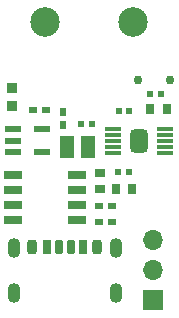
<source format=gts>
G04 #@! TF.GenerationSoftware,KiCad,Pcbnew,8.0.1*
G04 #@! TF.CreationDate,2024-12-14T14:03:44-06:00*
G04 #@! TF.ProjectId,SD_ProtoBoard,53445f50-726f-4746-9f42-6f6172642e6b,rev?*
G04 #@! TF.SameCoordinates,Original*
G04 #@! TF.FileFunction,Soldermask,Top*
G04 #@! TF.FilePolarity,Negative*
%FSLAX46Y46*%
G04 Gerber Fmt 4.6, Leading zero omitted, Abs format (unit mm)*
G04 Created by KiCad (PCBNEW 8.0.1) date 2024-12-14 14:03:44*
%MOMM*%
%LPD*%
G01*
G04 APERTURE LIST*
G04 Aperture macros list*
%AMRoundRect*
0 Rectangle with rounded corners*
0 $1 Rounding radius*
0 $2 $3 $4 $5 $6 $7 $8 $9 X,Y pos of 4 corners*
0 Add a 4 corners polygon primitive as box body*
4,1,4,$2,$3,$4,$5,$6,$7,$8,$9,$2,$3,0*
0 Add four circle primitives for the rounded corners*
1,1,$1+$1,$2,$3*
1,1,$1+$1,$4,$5*
1,1,$1+$1,$6,$7*
1,1,$1+$1,$8,$9*
0 Add four rect primitives between the rounded corners*
20,1,$1+$1,$2,$3,$4,$5,0*
20,1,$1+$1,$4,$5,$6,$7,0*
20,1,$1+$1,$6,$7,$8,$9,0*
20,1,$1+$1,$8,$9,$2,$3,0*%
G04 Aperture macros list end*
%ADD10R,1.400000X0.600000*%
%ADD11C,2.500000*%
%ADD12R,1.400000X0.300000*%
%ADD13RoundRect,0.375000X0.375000X-0.625000X0.375000X0.625000X-0.375000X0.625000X-0.375000X-0.625000X0*%
%ADD14R,0.750000X0.600000*%
%ADD15R,0.600000X0.620000*%
%ADD16RoundRect,0.175000X-0.175000X-0.425000X0.175000X-0.425000X0.175000X0.425000X-0.175000X0.425000X0*%
%ADD17RoundRect,0.190000X0.190000X0.410000X-0.190000X0.410000X-0.190000X-0.410000X0.190000X-0.410000X0*%
%ADD18RoundRect,0.200000X0.200000X0.400000X-0.200000X0.400000X-0.200000X-0.400000X0.200000X-0.400000X0*%
%ADD19RoundRect,0.175000X0.175000X0.425000X-0.175000X0.425000X-0.175000X-0.425000X0.175000X-0.425000X0*%
%ADD20RoundRect,0.190000X-0.190000X-0.410000X0.190000X-0.410000X0.190000X0.410000X-0.190000X0.410000X0*%
%ADD21RoundRect,0.200000X-0.200000X-0.400000X0.200000X-0.400000X0.200000X0.400000X-0.200000X0.400000X0*%
%ADD22O,1.100000X1.700000*%
%ADD23R,1.700000X1.700000*%
%ADD24O,1.700000X1.700000*%
%ADD25R,0.950000X0.950000*%
%ADD26R,1.150000X1.850000*%
%ADD27C,0.750000*%
%ADD28R,0.940000X0.750000*%
%ADD29R,0.750000X0.940000*%
%ADD30R,0.560000X0.620000*%
%ADD31R,1.500000X0.650000*%
%ADD32R,0.600000X0.750000*%
G04 APERTURE END LIST*
D10*
G04 #@! TO.C,IC3*
X133150000Y-102470000D03*
X133150000Y-103420000D03*
X133150000Y-104370000D03*
X135650000Y-104370000D03*
X135650000Y-102470000D03*
G04 #@! TD*
D11*
G04 #@! TO.C,X1*
X135870000Y-93350000D03*
X143370000Y-93350000D03*
G04 #@! TD*
D12*
G04 #@! TO.C,IC2*
X141680000Y-102470000D03*
X141680000Y-102970000D03*
X141680000Y-103470000D03*
X141680000Y-103970000D03*
X141680000Y-104470000D03*
X146080000Y-104470000D03*
X146080000Y-103970000D03*
X146080000Y-103470000D03*
X146080000Y-102970000D03*
X146080000Y-102470000D03*
D13*
X143880000Y-103470000D03*
G04 #@! TD*
D14*
G04 #@! TO.C,R3*
X140480000Y-108930000D03*
X141580000Y-108930000D03*
G04 #@! TD*
D15*
G04 #@! TO.C,C4*
X145690000Y-99470000D03*
X144770000Y-99470000D03*
G04 #@! TD*
G04 #@! TO.C,C2*
X142980000Y-106070000D03*
X142060000Y-106070000D03*
G04 #@! TD*
D16*
G04 #@! TO.C,J3*
X137090000Y-112450000D03*
D17*
X139110000Y-112450000D03*
D18*
X140340000Y-112450000D03*
D19*
X138090000Y-112450000D03*
D20*
X136070000Y-112450000D03*
D21*
X134840000Y-112450000D03*
D22*
X133270000Y-112530000D03*
X133270000Y-116330000D03*
X141910000Y-112530000D03*
X141910000Y-116330000D03*
G04 #@! TD*
D23*
G04 #@! TO.C,J1*
X145080000Y-116940000D03*
D24*
X145080000Y-114400000D03*
X145080000Y-111860000D03*
G04 #@! TD*
D25*
G04 #@! TO.C,LED1*
X133120000Y-100460000D03*
X133120000Y-98960000D03*
G04 #@! TD*
D26*
G04 #@! TO.C,L1*
X137780000Y-103970000D03*
X139580000Y-103970000D03*
G04 #@! TD*
D27*
G04 #@! TO.C,S1*
X146495000Y-98300000D03*
X143745000Y-98300000D03*
G04 #@! TD*
D28*
G04 #@! TO.C,C6*
X140560000Y-107550000D03*
X140560000Y-106150000D03*
G04 #@! TD*
D15*
G04 #@! TO.C,C5*
X142130000Y-100925000D03*
X143050000Y-100925000D03*
G04 #@! TD*
D29*
G04 #@! TO.C,C7*
X143280000Y-107480000D03*
X141880000Y-107480000D03*
G04 #@! TD*
D14*
G04 #@! TO.C,R1*
X140480000Y-110270000D03*
X141580000Y-110270000D03*
G04 #@! TD*
G04 #@! TO.C,R2*
X134860000Y-100790000D03*
X135960000Y-100790000D03*
G04 #@! TD*
D30*
G04 #@! TO.C,C1*
X138920000Y-101970000D03*
X139880000Y-101970000D03*
G04 #@! TD*
D29*
G04 #@! TO.C,C3*
X146230000Y-100770000D03*
X144830000Y-100770000D03*
G04 #@! TD*
D31*
G04 #@! TO.C,IC1*
X138620000Y-106300000D03*
X138620000Y-107570000D03*
X138620000Y-108840000D03*
X138620000Y-110110000D03*
X133220000Y-110110000D03*
X133220000Y-108840000D03*
X133220000Y-107570000D03*
X133220000Y-106300000D03*
G04 #@! TD*
D32*
G04 #@! TO.C,R4*
X137390000Y-102070000D03*
X137390000Y-100970000D03*
G04 #@! TD*
M02*

</source>
